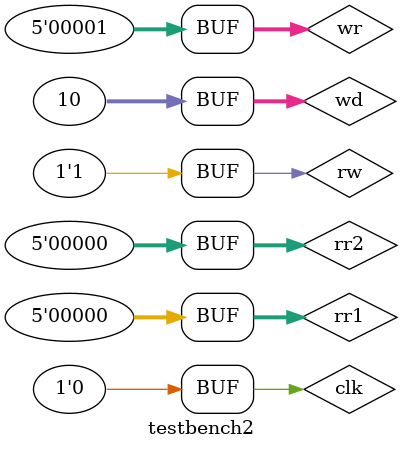
<source format=v>

module RegFile (clk, readreg1, readreg2, writereg, writedata, RegWrite, readdata1, readdata2);
  input [4:0] readreg1, readreg2, writereg;
  input [31:0] writedata;
  input clk, RegWrite;
  output [31:0] readdata1, readdata2;

  reg [31:0] regfile [31:0];

  always @(posedge clk)
  begin
    regfile[0]=0;
	if (RegWrite) begin
	 	regfile[writereg] = writedata;
	end
  end

  assign readdata1 = regfile[readreg1];
  assign readdata2 = regfile[readreg2];
endmodule

module testbench2;
  reg clk,rw;              /* rw=RegWrite */
  reg [4:0] rr1, rr2, wr;   /* rr1=readreg1, rr2=readreg2, wr=writereg */
  reg [31:0] wd;  /* wd=writedata */
  wire [31:0] rd1, rd2; /* rd1=readdata1, rd2=readdata2 */
  
  RegFile u0(clk, rr1, rr2, wr, wd, rw, rd1, rd2);
  
  initial begin
    clk=1'b0;
    
    #5
    wr=4'd1;
    rr1=4'd0;
    rr2=4'd0;
    wd=16'd10;
    
    #1
    rw=1'b1;
  end
  
  initial repeat(1000)#2 clk=~clk;
  initial repeat(15)#4 wr=wr+1;
  initial repeat(15)#4 wd=wd+10;
  initial repeat(100)#4 rr1=rr1+1;
  initial repeat(100)#4 rr2=rr2+1;
endmodule
 

</source>
